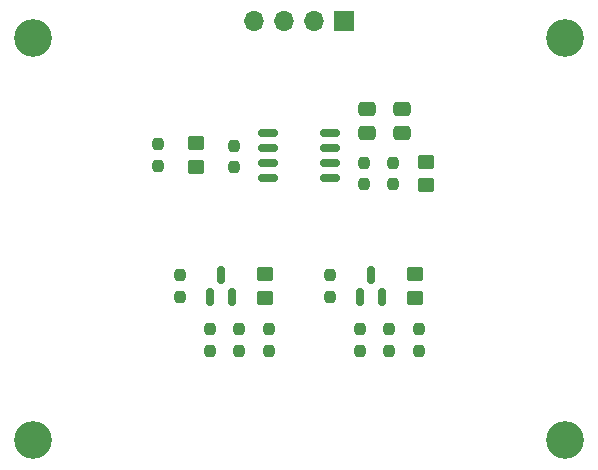
<source format=gbr>
%TF.GenerationSoftware,KiCad,Pcbnew,(6.0.2)*%
%TF.CreationDate,2022-03-01T12:56:46-05:00*%
%TF.ProjectId,shutter_tester,73687574-7465-4725-9f74-65737465722e,A*%
%TF.SameCoordinates,PX717cbc0PY57bcf00*%
%TF.FileFunction,Soldermask,Top*%
%TF.FilePolarity,Negative*%
%FSLAX46Y46*%
G04 Gerber Fmt 4.6, Leading zero omitted, Abs format (unit mm)*
G04 Created by KiCad (PCBNEW (6.0.2)) date 2022-03-01 12:56:46*
%MOMM*%
%LPD*%
G01*
G04 APERTURE LIST*
G04 Aperture macros list*
%AMRoundRect*
0 Rectangle with rounded corners*
0 $1 Rounding radius*
0 $2 $3 $4 $5 $6 $7 $8 $9 X,Y pos of 4 corners*
0 Add a 4 corners polygon primitive as box body*
4,1,4,$2,$3,$4,$5,$6,$7,$8,$9,$2,$3,0*
0 Add four circle primitives for the rounded corners*
1,1,$1+$1,$2,$3*
1,1,$1+$1,$4,$5*
1,1,$1+$1,$6,$7*
1,1,$1+$1,$8,$9*
0 Add four rect primitives between the rounded corners*
20,1,$1+$1,$2,$3,$4,$5,0*
20,1,$1+$1,$4,$5,$6,$7,0*
20,1,$1+$1,$6,$7,$8,$9,0*
20,1,$1+$1,$8,$9,$2,$3,0*%
G04 Aperture macros list end*
%ADD10RoundRect,0.249999X0.450001X-0.350001X0.450001X0.350001X-0.450001X0.350001X-0.450001X-0.350001X0*%
%ADD11C,3.200000*%
%ADD12RoundRect,0.237500X0.237500X-0.250000X0.237500X0.250000X-0.237500X0.250000X-0.237500X-0.250000X0*%
%ADD13RoundRect,0.150000X-0.675000X-0.150000X0.675000X-0.150000X0.675000X0.150000X-0.675000X0.150000X0*%
%ADD14RoundRect,0.249999X-0.450001X0.350001X-0.450001X-0.350001X0.450001X-0.350001X0.450001X0.350001X0*%
%ADD15RoundRect,0.237500X-0.237500X0.250000X-0.237500X-0.250000X0.237500X-0.250000X0.237500X0.250000X0*%
%ADD16RoundRect,0.250000X0.475000X-0.337500X0.475000X0.337500X-0.475000X0.337500X-0.475000X-0.337500X0*%
%ADD17RoundRect,0.150000X0.150000X-0.587500X0.150000X0.587500X-0.150000X0.587500X-0.150000X-0.587500X0*%
%ADD18RoundRect,0.250000X0.450000X-0.350000X0.450000X0.350000X-0.450000X0.350000X-0.450000X-0.350000X0*%
%ADD19R,1.700000X1.700000*%
%ADD20O,1.700000X1.700000*%
G04 APERTURE END LIST*
D10*
%TO.C,R1*%
X24600000Y-26950000D03*
X24600000Y-24950000D03*
%TD*%
D11*
%TO.C,H1*%
X5000000Y-5000000D03*
%TD*%
%TO.C,H2*%
X5000000Y-39000000D03*
%TD*%
%TO.C,H3*%
X50000000Y-39000000D03*
%TD*%
%TO.C,H4*%
X50000000Y-5000000D03*
%TD*%
D12*
%TO.C,R2*%
X17400000Y-26862500D03*
X17400000Y-25037500D03*
%TD*%
D13*
%TO.C,U1*%
X24875000Y-12995000D03*
X24875000Y-14265000D03*
X24875000Y-15535000D03*
X24875000Y-16805000D03*
X30125000Y-16805000D03*
X30125000Y-15535000D03*
X30125000Y-14265000D03*
X30125000Y-12995000D03*
%TD*%
D14*
%TO.C,R6*%
X18800000Y-13900000D03*
X18800000Y-15900000D03*
%TD*%
D15*
%TO.C,R5*%
X15600000Y-13987500D03*
X15600000Y-15812500D03*
%TD*%
D12*
%TO.C,R3*%
X22000000Y-15912500D03*
X22000000Y-14087500D03*
%TD*%
D16*
%TO.C,C1*%
X36250000Y-13037500D03*
X36250000Y-10962500D03*
%TD*%
D15*
%TO.C,R4*%
X33000000Y-15537500D03*
X33000000Y-17362500D03*
%TD*%
%TO.C,R7*%
X19950000Y-29637500D03*
X19950000Y-31462500D03*
%TD*%
D12*
%TO.C,R8*%
X22450000Y-31462500D03*
X22450000Y-29637500D03*
%TD*%
%TO.C,R11*%
X35150000Y-31462500D03*
X35150000Y-29637500D03*
%TD*%
D15*
%TO.C,R9*%
X24950000Y-29637500D03*
X24950000Y-31462500D03*
%TD*%
D16*
%TO.C,C2*%
X33250000Y-13037500D03*
X33250000Y-10962500D03*
%TD*%
D15*
%TO.C,R12*%
X37650000Y-29637500D03*
X37650000Y-31462500D03*
%TD*%
D17*
%TO.C,Q1*%
X19950000Y-26887500D03*
X21850000Y-26887500D03*
X20900000Y-25012500D03*
%TD*%
%TO.C,Q2*%
X32650000Y-26887500D03*
X34550000Y-26887500D03*
X33600000Y-25012500D03*
%TD*%
D18*
%TO.C,R13*%
X37300000Y-26950000D03*
X37300000Y-24950000D03*
%TD*%
D19*
%TO.C,J1*%
X31320000Y-3500000D03*
D20*
X28780000Y-3500000D03*
X26240000Y-3500000D03*
X23700000Y-3500000D03*
%TD*%
D15*
%TO.C,R17*%
X35500000Y-15537500D03*
X35500000Y-17362500D03*
%TD*%
D18*
%TO.C,R18*%
X38250000Y-17450000D03*
X38250000Y-15450000D03*
%TD*%
D15*
%TO.C,R10*%
X32650000Y-29637500D03*
X32650000Y-31462500D03*
%TD*%
D12*
%TO.C,R14*%
X30100000Y-26862500D03*
X30100000Y-25037500D03*
%TD*%
M02*

</source>
